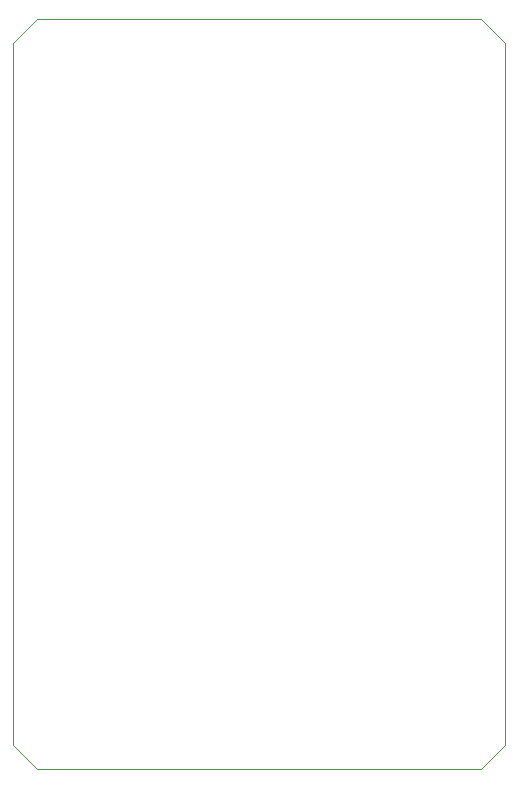
<source format=gbr>
%TF.GenerationSoftware,KiCad,Pcbnew,9.0.6*%
%TF.CreationDate,2025-12-02T14:29:33+01:00*%
%TF.ProjectId,NANO_Shield,4e414e4f-5f53-4686-9965-6c642e6b6963,rev?*%
%TF.SameCoordinates,Original*%
%TF.FileFunction,Profile,NP*%
%FSLAX46Y46*%
G04 Gerber Fmt 4.6, Leading zero omitted, Abs format (unit mm)*
G04 Created by KiCad (PCBNEW 9.0.6) date 2025-12-02 14:29:33*
%MOMM*%
%LPD*%
G01*
G04 APERTURE LIST*
%TA.AperFunction,Profile*%
%ADD10C,0.050000*%
%TD*%
G04 APERTURE END LIST*
D10*
X107442000Y-363220000D02*
X107442000Y-303784000D01*
X107442000Y-303784000D02*
X109474000Y-301752000D01*
X147066000Y-365252000D02*
X149098000Y-363220000D01*
X147066000Y-365252000D02*
X109474000Y-365252000D01*
X149098000Y-303784000D02*
X149098000Y-363220000D01*
X149098000Y-303784000D02*
X147066000Y-301752000D01*
X107442000Y-363220000D02*
X109474000Y-365252000D01*
X109474000Y-301752000D02*
X147066000Y-301752000D01*
M02*

</source>
